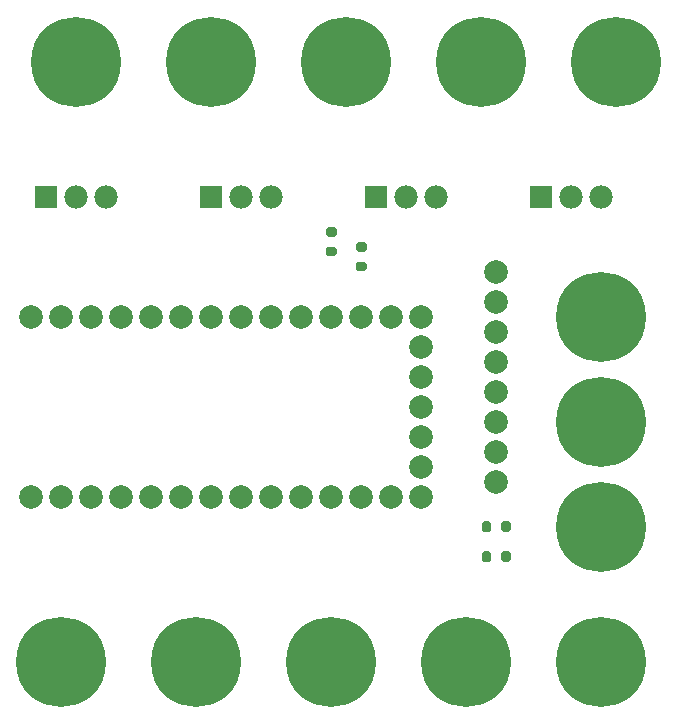
<source format=gts>
G04 #@! TF.GenerationSoftware,KiCad,Pcbnew,(5.1.10)-1*
G04 #@! TF.CreationDate,2022-02-18T16:50:56-06:00*
G04 #@! TF.ProjectId,MainBoard,4d61696e-426f-4617-9264-2e6b69636164,rev?*
G04 #@! TF.SameCoordinates,Original*
G04 #@! TF.FileFunction,Soldermask,Top*
G04 #@! TF.FilePolarity,Negative*
%FSLAX46Y46*%
G04 Gerber Fmt 4.6, Leading zero omitted, Abs format (unit mm)*
G04 Created by KiCad (PCBNEW (5.1.10)-1) date 2022-02-18 16:50:56*
%MOMM*%
%LPD*%
G01*
G04 APERTURE LIST*
%ADD10C,2.000000*%
%ADD11C,7.620000*%
%ADD12C,1.980000*%
%ADD13R,1.980000X1.980000*%
G04 APERTURE END LIST*
D10*
X58420000Y-57150000D03*
X58420000Y-54610000D03*
X58420000Y-52070000D03*
X58420000Y-49530000D03*
X58420000Y-46990000D03*
X58420000Y-44450000D03*
X58420000Y-41910000D03*
X58420000Y-39370000D03*
G36*
G01*
X57995000Y-63225000D02*
X57995000Y-63775000D01*
G75*
G02*
X57795000Y-63975000I-200000J0D01*
G01*
X57395000Y-63975000D01*
G75*
G02*
X57195000Y-63775000I0J200000D01*
G01*
X57195000Y-63225000D01*
G75*
G02*
X57395000Y-63025000I200000J0D01*
G01*
X57795000Y-63025000D01*
G75*
G02*
X57995000Y-63225000I0J-200000D01*
G01*
G37*
G36*
G01*
X59645000Y-63225000D02*
X59645000Y-63775000D01*
G75*
G02*
X59445000Y-63975000I-200000J0D01*
G01*
X59045000Y-63975000D01*
G75*
G02*
X58845000Y-63775000I0J200000D01*
G01*
X58845000Y-63225000D01*
G75*
G02*
X59045000Y-63025000I200000J0D01*
G01*
X59445000Y-63025000D01*
G75*
G02*
X59645000Y-63225000I0J-200000D01*
G01*
G37*
G36*
G01*
X58845000Y-61235000D02*
X58845000Y-60685000D01*
G75*
G02*
X59045000Y-60485000I200000J0D01*
G01*
X59445000Y-60485000D01*
G75*
G02*
X59645000Y-60685000I0J-200000D01*
G01*
X59645000Y-61235000D01*
G75*
G02*
X59445000Y-61435000I-200000J0D01*
G01*
X59045000Y-61435000D01*
G75*
G02*
X58845000Y-61235000I0J200000D01*
G01*
G37*
G36*
G01*
X57195000Y-61235000D02*
X57195000Y-60685000D01*
G75*
G02*
X57395000Y-60485000I200000J0D01*
G01*
X57795000Y-60485000D01*
G75*
G02*
X57995000Y-60685000I0J-200000D01*
G01*
X57995000Y-61235000D01*
G75*
G02*
X57795000Y-61435000I-200000J0D01*
G01*
X57395000Y-61435000D01*
G75*
G02*
X57195000Y-61235000I0J200000D01*
G01*
G37*
D11*
X67310000Y-43180000D03*
D12*
X53360000Y-33020000D03*
X50810000Y-33020000D03*
D13*
X48260000Y-33020000D03*
D12*
X25420000Y-33020000D03*
X22870000Y-33020000D03*
D13*
X20320000Y-33020000D03*
D11*
X67310000Y-52070000D03*
X67310000Y-60960000D03*
X67310000Y-72390000D03*
X55880000Y-72390000D03*
X44450000Y-72390000D03*
X33020000Y-72390000D03*
X21590000Y-72390000D03*
X68580000Y-21590000D03*
X57150000Y-21590000D03*
X45720000Y-21590000D03*
X34290000Y-21590000D03*
X22860000Y-21590000D03*
D10*
X52070000Y-55880000D03*
X52070000Y-53340000D03*
X52070000Y-50800000D03*
X52070000Y-48260000D03*
X52070000Y-45720000D03*
X52070000Y-58420000D03*
X52070000Y-43180000D03*
X49530000Y-58420000D03*
X49530000Y-43180000D03*
X46990000Y-58420000D03*
X46990000Y-43180000D03*
X44450000Y-58420000D03*
X44450000Y-43180000D03*
X41910000Y-58420000D03*
X41910000Y-43180000D03*
X39370000Y-58420000D03*
X39370000Y-43180000D03*
X36830000Y-58420000D03*
X36830000Y-43180000D03*
X34290000Y-58420000D03*
X34290000Y-43180000D03*
X31750000Y-58420000D03*
X31750000Y-43180000D03*
X29210000Y-58420000D03*
X29210000Y-43180000D03*
X26670000Y-58420000D03*
X26670000Y-43180000D03*
X24130000Y-58420000D03*
X24130000Y-43180000D03*
X21590000Y-58420000D03*
X21590000Y-43180000D03*
X19050000Y-58420000D03*
X19050000Y-43180000D03*
D12*
X67330000Y-33020000D03*
X64780000Y-33020000D03*
D13*
X62230000Y-33020000D03*
D12*
X39390000Y-33020000D03*
X36840000Y-33020000D03*
D13*
X34290000Y-33020000D03*
G36*
G01*
X44725000Y-36405000D02*
X44175000Y-36405000D01*
G75*
G02*
X43975000Y-36205000I0J200000D01*
G01*
X43975000Y-35805000D01*
G75*
G02*
X44175000Y-35605000I200000J0D01*
G01*
X44725000Y-35605000D01*
G75*
G02*
X44925000Y-35805000I0J-200000D01*
G01*
X44925000Y-36205000D01*
G75*
G02*
X44725000Y-36405000I-200000J0D01*
G01*
G37*
G36*
G01*
X44725000Y-38055000D02*
X44175000Y-38055000D01*
G75*
G02*
X43975000Y-37855000I0J200000D01*
G01*
X43975000Y-37455000D01*
G75*
G02*
X44175000Y-37255000I200000J0D01*
G01*
X44725000Y-37255000D01*
G75*
G02*
X44925000Y-37455000I0J-200000D01*
G01*
X44925000Y-37855000D01*
G75*
G02*
X44725000Y-38055000I-200000J0D01*
G01*
G37*
G36*
G01*
X47265000Y-37675000D02*
X46715000Y-37675000D01*
G75*
G02*
X46515000Y-37475000I0J200000D01*
G01*
X46515000Y-37075000D01*
G75*
G02*
X46715000Y-36875000I200000J0D01*
G01*
X47265000Y-36875000D01*
G75*
G02*
X47465000Y-37075000I0J-200000D01*
G01*
X47465000Y-37475000D01*
G75*
G02*
X47265000Y-37675000I-200000J0D01*
G01*
G37*
G36*
G01*
X47265000Y-39325000D02*
X46715000Y-39325000D01*
G75*
G02*
X46515000Y-39125000I0J200000D01*
G01*
X46515000Y-38725000D01*
G75*
G02*
X46715000Y-38525000I200000J0D01*
G01*
X47265000Y-38525000D01*
G75*
G02*
X47465000Y-38725000I0J-200000D01*
G01*
X47465000Y-39125000D01*
G75*
G02*
X47265000Y-39325000I-200000J0D01*
G01*
G37*
M02*

</source>
